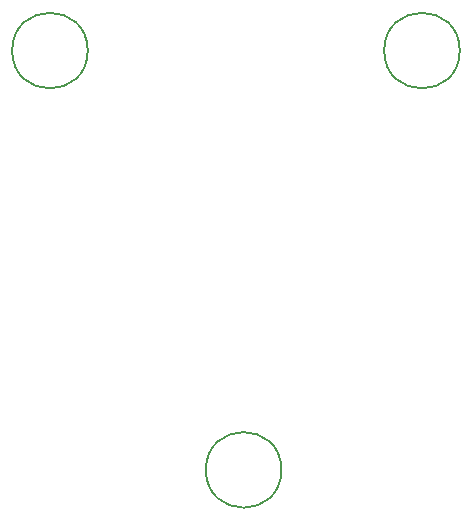
<source format=gbr>
%TF.GenerationSoftware,KiCad,Pcbnew,7.0.11*%
%TF.CreationDate,2024-03-26T21:19:37+01:00*%
%TF.ProjectId,booster_bare_minimum,626f6f73-7465-4725-9f62-6172655f6d69,rev?*%
%TF.SameCoordinates,Original*%
%TF.FileFunction,Other,Comment*%
%FSLAX46Y46*%
G04 Gerber Fmt 4.6, Leading zero omitted, Abs format (unit mm)*
G04 Created by KiCad (PCBNEW 7.0.11) date 2024-03-26 21:19:37*
%MOMM*%
%LPD*%
G01*
G04 APERTURE LIST*
%ADD10C,0.150000*%
G04 APERTURE END LIST*
D10*
%TO.C,REF\u002A\u002A*%
X158200000Y-39500000D02*
G75*
G03*
X151800000Y-39500000I-3200000J0D01*
G01*
X151800000Y-39500000D02*
G75*
G03*
X158200000Y-39500000I3200000J0D01*
G01*
X189700000Y-39500000D02*
G75*
G03*
X183300000Y-39500000I-3200000J0D01*
G01*
X183300000Y-39500000D02*
G75*
G03*
X189700000Y-39500000I3200000J0D01*
G01*
X174600000Y-75000000D02*
G75*
G03*
X168200000Y-75000000I-3200000J0D01*
G01*
X168200000Y-75000000D02*
G75*
G03*
X174600000Y-75000000I3200000J0D01*
G01*
%TD*%
M02*

</source>
